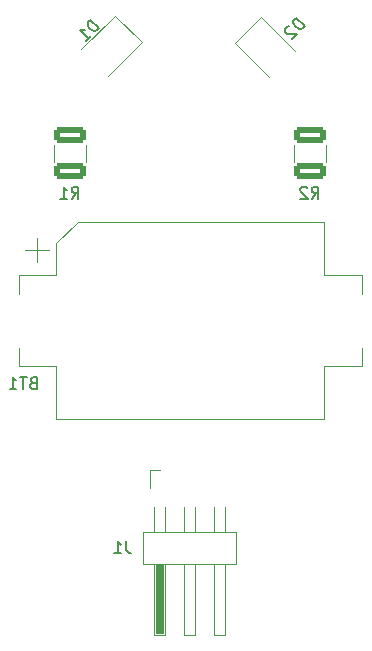
<source format=gbo>
G04 #@! TF.GenerationSoftware,KiCad,Pcbnew,(6.0.10)*
G04 #@! TF.CreationDate,2023-01-13T20:24:24+01:00*
G04 #@! TF.ProjectId,Eule,45756c65-2e6b-4696-9361-645f70636258,rev?*
G04 #@! TF.SameCoordinates,Original*
G04 #@! TF.FileFunction,Legend,Bot*
G04 #@! TF.FilePolarity,Positive*
%FSLAX46Y46*%
G04 Gerber Fmt 4.6, Leading zero omitted, Abs format (unit mm)*
G04 Created by KiCad (PCBNEW (6.0.10)) date 2023-01-13 20:24:24*
%MOMM*%
%LPD*%
G01*
G04 APERTURE LIST*
G04 Aperture macros list*
%AMRoundRect*
0 Rectangle with rounded corners*
0 $1 Rounding radius*
0 $2 $3 $4 $5 $6 $7 $8 $9 X,Y pos of 4 corners*
0 Add a 4 corners polygon primitive as box body*
4,1,4,$2,$3,$4,$5,$6,$7,$8,$9,$2,$3,0*
0 Add four circle primitives for the rounded corners*
1,1,$1+$1,$2,$3*
1,1,$1+$1,$4,$5*
1,1,$1+$1,$6,$7*
1,1,$1+$1,$8,$9*
0 Add four rect primitives between the rounded corners*
20,1,$1+$1,$2,$3,$4,$5,0*
20,1,$1+$1,$4,$5,$6,$7,0*
20,1,$1+$1,$6,$7,$8,$9,0*
20,1,$1+$1,$8,$9,$2,$3,0*%
G04 Aperture macros list end*
%ADD10C,0.150000*%
%ADD11C,0.120000*%
%ADD12R,0.760000X6.000000*%
%ADD13C,5.075000*%
%ADD14R,2.600000X3.600000*%
%ADD15RoundRect,0.250000X1.075000X-0.400000X1.075000X0.400000X-1.075000X0.400000X-1.075000X-0.400000X0*%
%ADD16RoundRect,0.250001X-0.433103X1.087175X-1.087175X0.433103X0.433103X-1.087175X1.087175X-0.433103X0*%
%ADD17RoundRect,0.250001X-1.087175X-0.433103X-0.433103X-1.087175X1.087175X0.433103X0.433103X1.087175X0*%
%ADD18R,1.000000X2.500000*%
G04 APERTURE END LIST*
D10*
X42600714Y-76348571D02*
X42457857Y-76396190D01*
X42410238Y-76443809D01*
X42362619Y-76539047D01*
X42362619Y-76681904D01*
X42410238Y-76777142D01*
X42457857Y-76824761D01*
X42553095Y-76872380D01*
X42934047Y-76872380D01*
X42934047Y-75872380D01*
X42600714Y-75872380D01*
X42505476Y-75920000D01*
X42457857Y-75967619D01*
X42410238Y-76062857D01*
X42410238Y-76158095D01*
X42457857Y-76253333D01*
X42505476Y-76300952D01*
X42600714Y-76348571D01*
X42934047Y-76348571D01*
X42076904Y-75872380D02*
X41505476Y-75872380D01*
X41791190Y-76872380D02*
X41791190Y-75872380D01*
X40648333Y-76872380D02*
X41219761Y-76872380D01*
X40934047Y-76872380D02*
X40934047Y-75872380D01*
X41029285Y-76015238D01*
X41124523Y-76110476D01*
X41219761Y-76158095D01*
X66206666Y-60777380D02*
X66540000Y-60301190D01*
X66778095Y-60777380D02*
X66778095Y-59777380D01*
X66397142Y-59777380D01*
X66301904Y-59825000D01*
X66254285Y-59872619D01*
X66206666Y-59967857D01*
X66206666Y-60110714D01*
X66254285Y-60205952D01*
X66301904Y-60253571D01*
X66397142Y-60301190D01*
X66778095Y-60301190D01*
X65825714Y-59872619D02*
X65778095Y-59825000D01*
X65682857Y-59777380D01*
X65444761Y-59777380D01*
X65349523Y-59825000D01*
X65301904Y-59872619D01*
X65254285Y-59967857D01*
X65254285Y-60063095D01*
X65301904Y-60205952D01*
X65873333Y-60777380D01*
X65254285Y-60777380D01*
X48187769Y-46317587D02*
X47480663Y-45610480D01*
X47312304Y-45778839D01*
X47244960Y-45913526D01*
X47244960Y-46048213D01*
X47278632Y-46149228D01*
X47379647Y-46317587D01*
X47480663Y-46418602D01*
X47649021Y-46519618D01*
X47750037Y-46553289D01*
X47884724Y-46553289D01*
X48019411Y-46485946D01*
X48187769Y-46317587D01*
X47110273Y-47395083D02*
X47514334Y-46991022D01*
X47312304Y-47193053D02*
X46605197Y-46485946D01*
X46773556Y-46519618D01*
X46908243Y-46519618D01*
X47009258Y-46485946D01*
X65611793Y-46152969D02*
X64904687Y-45445862D01*
X64736328Y-45614221D01*
X64668984Y-45748908D01*
X64668984Y-45883595D01*
X64702656Y-45984610D01*
X64803671Y-46152969D01*
X64904687Y-46253984D01*
X65073045Y-46355000D01*
X65174061Y-46388671D01*
X65308748Y-46388671D01*
X65443435Y-46321328D01*
X65611793Y-46152969D01*
X64298595Y-46186641D02*
X64231251Y-46186641D01*
X64130236Y-46220312D01*
X63961877Y-46388671D01*
X63928206Y-46489687D01*
X63928206Y-46557030D01*
X63961877Y-46658045D01*
X64029221Y-46725389D01*
X64163908Y-46792732D01*
X64972030Y-46792732D01*
X64534297Y-47230465D01*
X50498333Y-89777380D02*
X50498333Y-90491666D01*
X50545952Y-90634523D01*
X50641190Y-90729761D01*
X50784047Y-90777380D01*
X50879285Y-90777380D01*
X49498333Y-90777380D02*
X50069761Y-90777380D01*
X49784047Y-90777380D02*
X49784047Y-89777380D01*
X49879285Y-89920238D01*
X49974523Y-90015476D01*
X50069761Y-90063095D01*
X45886666Y-60777380D02*
X46220000Y-60301190D01*
X46458095Y-60777380D02*
X46458095Y-59777380D01*
X46077142Y-59777380D01*
X45981904Y-59825000D01*
X45934285Y-59872619D01*
X45886666Y-59967857D01*
X45886666Y-60110714D01*
X45934285Y-60205952D01*
X45981904Y-60253571D01*
X46077142Y-60301190D01*
X46458095Y-60301190D01*
X44934285Y-60777380D02*
X45505714Y-60777380D01*
X45220000Y-60777380D02*
X45220000Y-59777380D01*
X45315238Y-59920238D01*
X45410476Y-60015476D01*
X45505714Y-60063095D01*
D11*
X41390000Y-67270000D02*
X41390000Y-68820000D01*
X67290000Y-67270000D02*
X70490000Y-67270000D01*
X44590000Y-74970000D02*
X41390000Y-74970000D01*
X44590000Y-79470000D02*
X44590000Y-74970000D01*
X43940000Y-65120000D02*
X41940000Y-65120000D01*
X67290000Y-79470000D02*
X67290000Y-74970000D01*
X42940000Y-66120000D02*
X42940000Y-64120000D01*
X44590000Y-64570000D02*
X44590000Y-67270000D01*
X67290000Y-62770000D02*
X67290000Y-67270000D01*
X70490000Y-67270000D02*
X70490000Y-68820000D01*
X67290000Y-74970000D02*
X70490000Y-74970000D01*
X41390000Y-74970000D02*
X41390000Y-73420000D01*
X44590000Y-79470000D02*
X67290000Y-79470000D01*
X44590000Y-67270000D02*
X41390000Y-67270000D01*
X70490000Y-74970000D02*
X70490000Y-73420000D01*
X46390000Y-62770000D02*
X44590000Y-64570000D01*
X67290000Y-62770000D02*
X46390000Y-62770000D01*
X67395000Y-57643737D02*
X67395000Y-56196263D01*
X64685000Y-57643737D02*
X64685000Y-56196263D01*
X46706044Y-48142428D02*
X49576897Y-45271574D01*
X49576897Y-45271574D02*
X51818426Y-47513103D01*
X51818426Y-47513103D02*
X48947572Y-50383956D01*
X59686950Y-47618479D02*
X61928479Y-45376950D01*
X61928479Y-45376950D02*
X64799332Y-48247804D01*
X62557804Y-50489332D02*
X59686950Y-47618479D01*
X59810000Y-91700000D02*
X59810000Y-88960000D01*
X57980000Y-97700000D02*
X58860000Y-97700000D01*
X53780000Y-97700000D02*
X53780000Y-91700000D01*
X57980000Y-91700000D02*
X57980000Y-97700000D01*
X53780000Y-86850000D02*
X53780000Y-88960000D01*
X55440000Y-91700000D02*
X55440000Y-97700000D01*
X55440000Y-97700000D02*
X56320000Y-97700000D01*
X57980000Y-86850000D02*
X57980000Y-88960000D01*
X56320000Y-86850000D02*
X56320000Y-88960000D01*
X51950000Y-88960000D02*
X51950000Y-91700000D01*
X52520000Y-83710000D02*
X52520000Y-85280000D01*
X56320000Y-97700000D02*
X56320000Y-91700000D01*
X51950000Y-91700000D02*
X59810000Y-91700000D01*
X59810000Y-88960000D02*
X51950000Y-88960000D01*
X53340000Y-83710000D02*
X52520000Y-83710000D01*
X58860000Y-97700000D02*
X58860000Y-91700000D01*
X52900000Y-97700000D02*
X53780000Y-97700000D01*
X55440000Y-86850000D02*
X55440000Y-88960000D01*
X58860000Y-86850000D02*
X58860000Y-88960000D01*
X52900000Y-91700000D02*
X52900000Y-97700000D01*
X52900000Y-86850000D02*
X52900000Y-88960000D01*
X44365000Y-57643737D02*
X44365000Y-56196263D01*
X47075000Y-57643737D02*
X47075000Y-56196263D01*
D12*
X53340000Y-94700000D03*
%LPC*%
D13*
X49307500Y-39450000D02*
G75*
G03*
X49307500Y-39450000I-2537500J0D01*
G01*
D10*
X46770000Y-34450000D02*
X64770000Y-34450000D01*
X64770000Y-34450000D02*
X64770000Y-44450000D01*
X64770000Y-44450000D02*
X46770000Y-44450000D01*
X46770000Y-44450000D02*
X46770000Y-34450000D01*
G36*
X46770000Y-34450000D02*
G01*
X64770000Y-34450000D01*
X64770000Y-44450000D01*
X46770000Y-44450000D01*
X46770000Y-34450000D01*
G37*
D13*
X67307500Y-39450000D02*
G75*
G03*
X67307500Y-39450000I-2537500J0D01*
G01*
D10*
X58451666Y-99147380D02*
X58261190Y-99147380D01*
X58165952Y-99195000D01*
X58070714Y-99290238D01*
X58023095Y-99480714D01*
X58023095Y-99814047D01*
X58070714Y-100004523D01*
X58165952Y-100099761D01*
X58261190Y-100147380D01*
X58451666Y-100147380D01*
X58546904Y-100099761D01*
X58642142Y-100004523D01*
X58689761Y-99814047D01*
X58689761Y-99480714D01*
X58642142Y-99290238D01*
X58546904Y-99195000D01*
X58451666Y-99147380D01*
X57737380Y-99480714D02*
X57356428Y-99480714D01*
X57594523Y-100147380D02*
X57594523Y-99290238D01*
X57546904Y-99195000D01*
X57451666Y-99147380D01*
X57356428Y-99147380D01*
X57165952Y-99480714D02*
X56785000Y-99480714D01*
X57023095Y-100147380D02*
X57023095Y-99290238D01*
X56975476Y-99195000D01*
X56880238Y-99147380D01*
X56785000Y-99147380D01*
X54522619Y-99147380D02*
X54332142Y-99147380D01*
X54236904Y-99195000D01*
X54141666Y-99290238D01*
X54094047Y-99480714D01*
X54094047Y-99814047D01*
X54141666Y-100004523D01*
X54236904Y-100099761D01*
X54332142Y-100147380D01*
X54522619Y-100147380D01*
X54617857Y-100099761D01*
X54713095Y-100004523D01*
X54760714Y-99814047D01*
X54760714Y-99480714D01*
X54713095Y-99290238D01*
X54617857Y-99195000D01*
X54522619Y-99147380D01*
X53665476Y-99480714D02*
X53665476Y-100147380D01*
X53665476Y-99575952D02*
X53617857Y-99528333D01*
X53522619Y-99480714D01*
X53379761Y-99480714D01*
X53284523Y-99528333D01*
X53236904Y-99623571D01*
X53236904Y-100147380D01*
D14*
X41290000Y-71120000D03*
X70590000Y-71120000D03*
D15*
X66040000Y-58470000D03*
X66040000Y-55370000D03*
D16*
X50010000Y-47080000D03*
X47906358Y-49183642D03*
D17*
X61495376Y-47185376D03*
X63599018Y-49289018D03*
D18*
X53340000Y-85280000D03*
X55880000Y-85280000D03*
X58420000Y-85280000D03*
D15*
X45720000Y-58470000D03*
X45720000Y-55370000D03*
M02*

</source>
